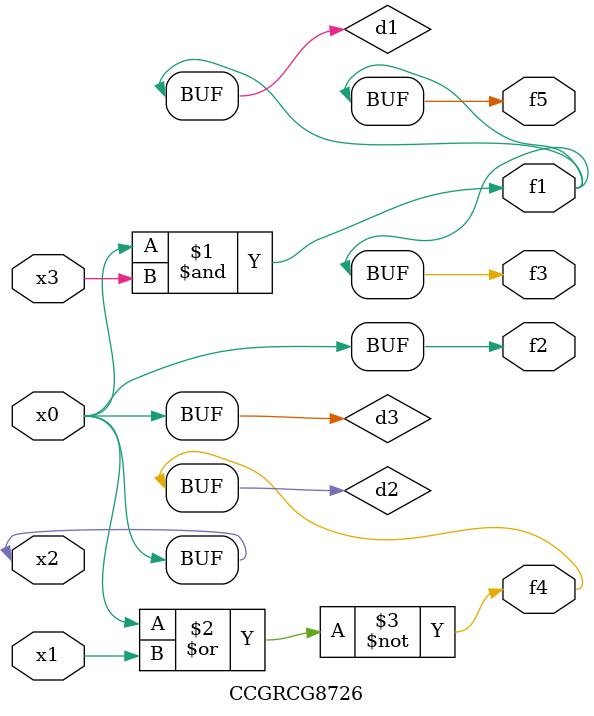
<source format=v>
module CCGRCG8726(
	input x0, x1, x2, x3,
	output f1, f2, f3, f4, f5
);

	wire d1, d2, d3;

	and (d1, x2, x3);
	nor (d2, x0, x1);
	buf (d3, x0, x2);
	assign f1 = d1;
	assign f2 = d3;
	assign f3 = d1;
	assign f4 = d2;
	assign f5 = d1;
endmodule

</source>
